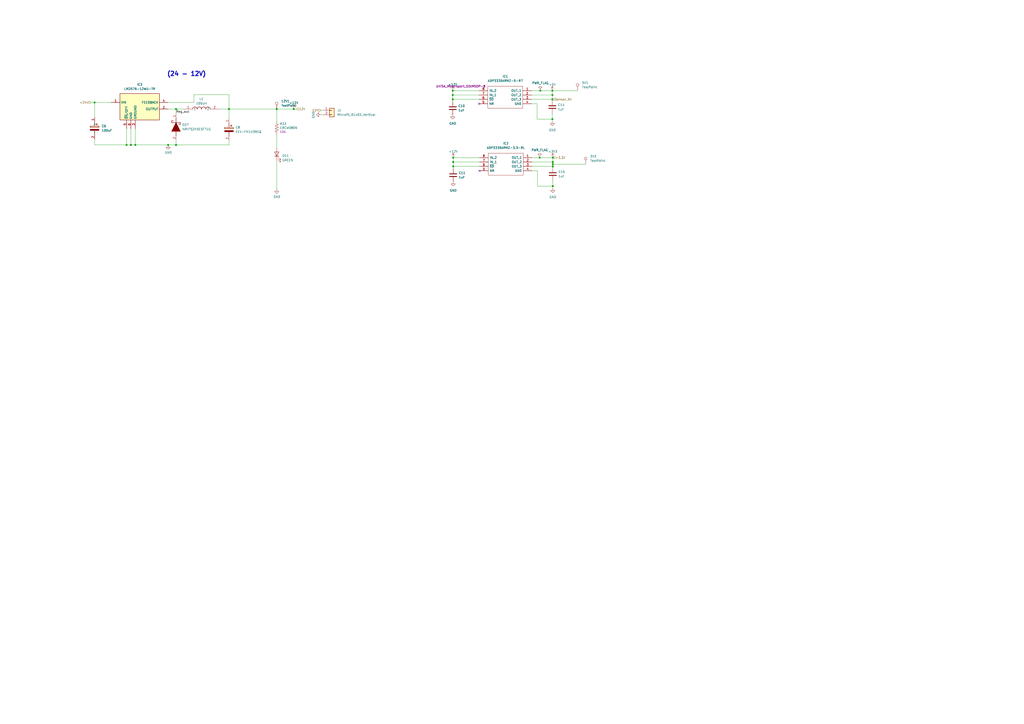
<source format=kicad_sch>
(kicad_sch (version 20231120) (generator "eeschema") (generator_version "8.0")
  (paper "A2")
  (lib_symbols
    (symbol "Connector:TestPoint" (pin_numbers hide) (pin_names (offset 0.762) hide)
      (property "Reference" "TP" (at 0 6.858 0))
      (property "Value" "TestPoint" (at 0 5.08 0))
      (symbol "TestPoint_0_1"
        (circle (center 0 3.302) (radius 0.762))
      )
      (symbol "TestPoint_1_1"
        (pin passive line (at 0 0 90) (length 2.54) (name "1") (number "1"))
      )
    )
    (symbol "Device:C" (pin_numbers hide) (pin_names (offset 0.254))
      (property "Reference" "C" (at 0.635 2.54 0))
      (property "Value" "C" (at 0.635 -2.54 0))
      (symbol "C_0_1"
        (polyline (pts (xy -2.032 -0.762) (xy 2.032 -0.762)) (stroke (width 0.508)))
        (polyline (pts (xy -2.032 0.762) (xy 2.032 0.762)) (stroke (width 0.508)))
      )
      (symbol "C_1_1"
        (pin passive line (at 0 3.81 270) (length 2.794) (name "~") (number "1"))
        (pin passive line (at 0 -3.81 90) (length 2.794) (name "~") (number "2"))
      )
    )
    (symbol "GLV-rescue:CRCW0402-UniSA_Motorsport_Resistor" (pin_numbers hide) (pin_names (offset 0))
      (property "Reference" "R" (at 2.54 0 90))
      (property "Value" "CRCW0402-UniSA_Motorsport_Resistor" (at -2.54 0 90))
      (property "Resistance" "Give a E24 value" (at 5.08 0 90))
      (symbol "CRCW0402-UniSA_Motorsport_Resistor_0_1"
        (polyline (pts (xy 0 -2.286) (xy 0 -2.54)))
        (polyline (pts (xy 0 2.286) (xy 0 2.54)))
        (polyline (pts (xy 0 -0.762) (xy 1.016 -1.143) (xy 0 -1.524) (xy -1.016 -1.905) (xy 0 -2.286)))
        (polyline (pts (xy 0 0.762) (xy 1.016 0.381) (xy 0 0) (xy -1.016 -0.381) (xy 0 -0.762)))
        (polyline (pts (xy 0 2.286) (xy 1.016 1.905) (xy 0 1.524) (xy -1.016 1.143) (xy 0 0.762)))
      )
      (symbol "CRCW0402-UniSA_Motorsport_Resistor_1_1"
        (pin passive line (at 0 3.81 270) (length 1.27) (name "~") (number "1"))
        (pin passive line (at 0 -3.81 90) (length 1.27) (name "~") (number "2"))
      )
    )
    (symbol "SamacSys_Parts:ADP3335ARMZ-3.3-RL" (pin_names (offset 0.762))
      (property "Reference" "IC" (at 26.67 7.62 0))
      (property "Value" "ADP3335ARMZ-3.3-RL" (at 26.67 5.08 0))
      (symbol "ADP3335ARMZ-3.3-RL_0_0"
        (pin passive line (at 0 0 0) (length 5.08) (name "OUT_1") (number "1"))
        (pin passive line (at 0 -2.54 0) (length 5.08) (name "OUT_2") (number "2"))
        (pin passive line (at 0 -5.08 0) (length 5.08) (name "OUT_3") (number "3"))
        (pin passive line (at 0 -7.62 0) (length 5.08) (name "GND") (number "4"))
        (pin passive line (at 30.48 -7.62 180) (length 5.08) (name "NR") (number "5"))
        (pin passive line (at 30.48 -5.08 180) (length 5.08) (name "~{SD}") (number "6"))
        (pin passive line (at 30.48 -2.54 180) (length 5.08) (name "IN_1") (number "7"))
        (pin passive line (at 30.48 0 180) (length 5.08) (name "IN_2") (number "8"))
      )
      (symbol "ADP3335ARMZ-3.3-RL_0_1"
        (polyline (pts (xy 5.08 2.54) (xy 25.4 2.54) (xy 25.4 -10.16) (xy 5.08 -10.16) (xy 5.08 2.54)) (stroke (width 0.1524)))
      )
    )
    (symbol "SamacSys_Parts:ADP3335ARMZ-5-R7" (pin_names (offset 0.762))
      (property "Reference" "IC" (at 26.67 7.62 0))
      (property "Value" "ADP3335ARMZ-5-R7" (at 26.67 5.08 0))
      (symbol "ADP3335ARMZ-5-R7_0_0"
        (pin passive line (at 0 0 0) (length 5.08) (name "OUT_1") (number "1"))
        (pin passive line (at 0 -2.54 0) (length 5.08) (name "OUT_2") (number "2"))
        (pin passive line (at 0 -5.08 0) (length 5.08) (name "OUT_3") (number "3"))
        (pin passive line (at 0 -7.62 0) (length 5.08) (name "GND") (number "4"))
        (pin passive line (at 30.48 -7.62 180) (length 5.08) (name "NR") (number "5"))
        (pin passive line (at 30.48 -5.08 180) (length 5.08) (name "~{SD}") (number "6"))
        (pin passive line (at 30.48 -2.54 180) (length 5.08) (name "IN_1") (number "7"))
        (pin passive line (at 30.48 0 180) (length 5.08) (name "IN_2") (number "8"))
      )
      (symbol "ADP3335ARMZ-5-R7_0_1"
        (polyline (pts (xy 5.08 2.54) (xy 25.4 2.54) (xy 25.4 -10.16) (xy 5.08 -10.16) (xy 5.08 2.54)) (stroke (width 0.1524)))
      )
    )
    (symbol "UniSA_Motorsport_Capacitor:EEE-FK1H101P"
      (property "Reference" "C" (at -1.016 4.064 0))
      (property "Value" "100uF" (at 4.064 4.064 0))
      (symbol "EEE-FK1H101P_1_1"
        (rectangle (start -1.27 2.54) (end -0.508 -2.54) (stroke (width 0.254)) (fill (type background)))
        (polyline (pts (xy -3.81 0) (xy -1.27 0)) (stroke (width 0.254)))
        (polyline (pts (xy -2.286 1.778) (xy -2.286 0.762)) (stroke (width 0.254)))
        (polyline (pts (xy -1.778 1.27) (xy -2.794 1.27)) (stroke (width 0.254)))
        (polyline (pts (xy 1.27 0) (xy 3.81 0)) (stroke (width 0.254)))
        (polyline (pts (xy 1.27 2.54) (xy 1.27 -2.54) (xy 0.508 -2.54) (xy 0.508 2.54) (xy 1.27 2.54)) (stroke (width 0.254)) (fill (type outline)))
        (pin passive line (at -6.35 0 0) (length 2.54) (name "+") (number "1"))
        (pin passive line (at 6.35 0 180) (length 2.54) (name "-") (number "2"))
      )
    )
    (symbol "UniSA_Motorsport_Capacitor:EEV-FK1H391Q" (pin_names hide)
      (property "Reference" "C" (at 2.54 6.35 0))
      (property "Value" "EEV-FK1H391Q" (at 2.54 3.81 0))
      (symbol "EEV-FK1H391Q_1_1"
        (rectangle (start -1.27 2.54) (end -0.508 -2.54) (stroke (width 0.254)) (fill (type background)))
        (polyline (pts (xy -3.81 0) (xy -1.27 0)) (stroke (width 0.254)))
        (polyline (pts (xy -2.286 1.778) (xy -2.286 0.762)) (stroke (width 0.254)))
        (polyline (pts (xy -1.778 1.27) (xy -2.794 1.27)) (stroke (width 0.254)))
        (polyline (pts (xy 1.27 0) (xy 3.81 0)) (stroke (width 0.254)))
        (polyline (pts (xy 1.27 2.54) (xy 1.27 -2.54) (xy 0.508 -2.54) (xy 0.508 2.54) (xy 1.27 2.54)) (stroke (width 0.254)) (fill (type outline)))
        (pin passive line (at -6.35 0 0) (length 2.54) (name "+") (number "1"))
        (pin passive line (at 6.35 0 180) (length 2.54) (name "-") (number "2"))
      )
    )
    (symbol "UniSA_Motorsport_Connector:Microfit_01x02_Vertical" (pin_names (offset 1.016) hide)
      (property "Reference" "J" (at 0 2.54 0))
      (property "Value" "Microfit_01x02_Vertical" (at 0 -5.08 0))
      (symbol "Microfit_01x02_Vertical_1_1"
        (rectangle (start -1.27 -2.413) (end 0 -2.667) (stroke (width 0.1524)))
        (rectangle (start -1.27 0.127) (end 0 -0.127) (stroke (width 0.1524)))
        (rectangle (start -1.27 1.27) (end 1.27 -3.81) (stroke (width 0.254)) (fill (type background)))
        (pin passive line (at -5.08 0 0) (length 3.81) (name "Pin_1") (number "1"))
        (pin passive line (at -5.08 -2.54 0) (length 3.81) (name "Pin_2") (number "2"))
      )
    )
    (symbol "UniSA_Motorsport_Diode:LED_0805" (pin_numbers hide) (pin_names (offset 1.016) hide)
      (property "Reference" "D" (at 0 2.54 0))
      (property "Value" "LED_0805" (at 0 -3.81 0))
      (symbol "LED_0805_0_1"
        (polyline (pts (xy -1.27 -1.27) (xy -1.27 1.27)) (stroke (width 0.2032)))
        (polyline (pts (xy -1.27 0) (xy 1.27 0)))
        (polyline (pts (xy 1.27 -1.27) (xy 1.27 1.27) (xy -1.27 0) (xy 1.27 -1.27)) (stroke (width 0.2032)))
        (polyline (pts (xy -3.048 -0.762) (xy -4.572 -2.286) (xy -3.81 -2.286) (xy -4.572 -2.286) (xy -4.572 -1.524)))
        (polyline (pts (xy -1.778 -0.762) (xy -3.302 -2.286) (xy -2.54 -2.286) (xy -3.302 -2.286) (xy -3.302 -1.524)))
      )
      (symbol "LED_0805_1_1"
        (pin passive line (at -3.81 0 0) (length 2.54) (name "K") (number "1"))
        (pin passive line (at 3.81 0 180) (length 2.54) (name "A") (number "2"))
      )
    )
    (symbol "UniSA_Motorsport_Diode:NRVTS245ESFT1G" (pin_names hide)
      (property "Reference" "D" (at 3.81 8.89 0))
      (property "Value" "NRVTS245ESFT1G" (at 3.81 6.35 0))
      (symbol "NRVTS245ESFT1G_1_1"
        (polyline (pts (xy -3.81 0) (xy -1.27 0)) (stroke (width 0.254)))
        (polyline (pts (xy -2.286 -1.524) (xy -2.286 -2.54)) (stroke (width 0.254)))
        (polyline (pts (xy -1.27 -2.54) (xy -2.286 -2.54)) (stroke (width 0.254)))
        (polyline (pts (xy -1.27 2.54) (xy -1.27 -2.54)) (stroke (width 0.254)))
        (polyline (pts (xy -1.27 2.54) (xy -0.254 2.54)) (stroke (width 0.254)))
        (polyline (pts (xy -0.254 1.524) (xy -0.254 2.54)) (stroke (width 0.254)))
        (polyline (pts (xy 3.81 0) (xy 6.35 0)) (stroke (width 0.254)))
        (polyline (pts (xy -1.27 0) (xy 3.81 2.54) (xy 3.81 -2.54) (xy -1.27 0)) (stroke (width 0.254)) (fill (type outline)))
        (pin passive line (at -6.35 0 0) (length 2.54) (name "K") (number "1"))
        (pin passive line (at 8.89 0 180) (length 2.54) (name "A") (number "2"))
      )
    )
    (symbol "UniSA_Motorsport_Inductor:SRR1260-101M"
      (property "Reference" "L" (at -0.508 2.54 0))
      (property "Value" "100uH" (at 0 0 0))
      (symbol "SRR1260-101M_1_1"
        (arc (start -2.54 0) (mid -3.81 1.219) (end -5.08 0) (stroke (width 0.254)))
        (arc (start 0 0) (mid -1.27 1.219) (end -2.54 0) (stroke (width 0.254)))
        (arc (start 2.54 0) (mid 1.27 1.219) (end 0 0) (stroke (width 0.254)))
        (arc (start 5.08 0) (mid 3.81 1.219) (end 2.54 0) (stroke (width 0.254)))
        (pin passive line (at -10.16 0 0) (length 5.08) (name "1") (number "1"))
        (pin passive line (at 10.16 0 180) (length 5.08) (name "2") (number "2"))
      )
    )
    (symbol "UniSA_Motorsport_Regulator:LM2576-12WU-TR"
      (property "Reference" "IC" (at -6.35 11.684 0))
      (property "Value" "LM2576-12WU-TR" (at -6.35 9.144 0))
      (symbol "LM2576-12WU-TR_1_1"
        (rectangle (start -11.43 6.35) (end 11.43 -8.89) (stroke (width 0.254)) (fill (type background)))
        (pin passive line (at -16.51 1.27 0) (length 5.08) (name "VIN") (number "1"))
        (pin passive line (at 16.51 -2.54 180) (length 5.08) (name "OUTPUT") (number "2"))
        (pin passive line (at -2.54 -13.97 90) (length 5.08) (name "GROUND") (number "3"))
        (pin passive line (at 16.51 1.27 180) (length 5.08) (name "FEEDBACK") (number "4"))
        (pin passive line (at -7.62 -13.97 90) (length 5.08) (name "~{ON}/OFF") (number "5"))
        (pin passive line (at -5.08 -13.97 90) (length 5.08) (name "GND") (number "6"))
      )
    )
    (symbol "power:+12V" (power) (pin_names (offset 0))
      (property "Value" "+12V" (at 0 3.556 0))
      (symbol "+12V_0_1"
        (polyline (pts (xy -0.762 1.27) (xy 0 2.54)))
        (polyline (pts (xy 0 0) (xy 0 2.54)))
        (polyline (pts (xy 0 2.54) (xy 0.762 1.27)))
      )
      (symbol "+12V_1_1"
        (pin power_in line (at 0 0 90) (length 0) hide (name "+12V") (number "1"))
      )
    )
    (symbol "power:+3.3V" (power) (pin_names (offset 0))
      (property "Value" "+3.3V" (at 0 3.556 0))
      (symbol "+3.3V_0_1"
        (polyline (pts (xy -0.762 1.27) (xy 0 2.54)))
        (polyline (pts (xy 0 0) (xy 0 2.54)))
        (polyline (pts (xy 0 2.54) (xy 0.762 1.27)))
      )
      (symbol "+3.3V_1_1"
        (pin power_in line (at 0 0 90) (length 0) hide (name "+3V3") (number "1"))
      )
    )
    (symbol "power:+5V" (power) (pin_names (offset 0))
      (property "Value" "+5V" (at 0 3.556 0))
      (symbol "+5V_0_1"
        (polyline (pts (xy -0.762 1.27) (xy 0 2.54)))
        (polyline (pts (xy 0 0) (xy 0 2.54)))
        (polyline (pts (xy 0 2.54) (xy 0.762 1.27)))
      )
      (symbol "+5V_1_1"
        (pin power_in line (at 0 0 90) (length 0) hide (name "+5V") (number "1"))
      )
    )
    (symbol "power:GND" (power) (pin_names (offset 0))
      (property "Value" "GND" (at 0 -3.81 0))
      (symbol "GND_0_1"
        (polyline (pts (xy 0 0) (xy 0 -1.27) (xy 1.27 -1.27) (xy 0 -2.54) (xy -1.27 -1.27) (xy 0 -1.27)))
      )
      (symbol "GND_1_1"
        (pin power_in line (at 0 0 270) (length 0) hide (name "GND") (number "1"))
      )
    )
    (symbol "power:PWR_FLAG" (power) (pin_numbers hide) (pin_names (offset 0) hide)
      (property "Value" "PWR_FLAG" (at 0 3.81 0))
      (symbol "PWR_FLAG_0_0"
        (pin power_out line (at 0 0 90) (length 0) (name "pwr") (number "1"))
      )
      (symbol "PWR_FLAG_0_1"
        (polyline (pts (xy 0 0) (xy 0 1.27) (xy -1.016 1.905) (xy 0 2.54) (xy 1.016 1.905) (xy 0 1.27)))
      )
    )
  )
  (junction (at 262.636 57.658))
  (junction (at 320.675 96.52))
  (junction (at 78.486 84.074))
  (junction (at 262.636 55.118))
  (junction (at 320.675 107.95))
  (junction (at 320.421 52.578))
  (junction (at 262.89 93.98))
  (junction (at 73.406 84.074))
  (junction (at 320.675 95.25))
  (junction (at 262.89 96.52))
  (junction (at 75.946 84.074))
  (junction (at 102.108 63.246))
  (junction (at 132.842 63.246))
  (junction (at 262.89 91.44))
  (junction (at 97.536 84.074))
  (junction (at 320.421 57.658))
  (junction (at 262.636 52.578))
  (junction (at 320.421 55.118))
  (junction (at 320.421 69.088))
  (junction (at 160.528 63.246))
  (junction (at 313.055 91.44))
  (junction (at 320.675 93.98))
  (junction (at 102.108 84.074))
  (junction (at 170.434 63.246))
  (junction (at 320.675 91.44))
  (junction (at 313.436 52.578))
  (junction (at 54.864 59.436))
  (no_connect (at 278.13 99.06))
  (no_connect (at 277.876 60.198))
  (wire (pts (xy 97.536 63.246) (xy 102.108 63.246)))
  (wire (pts (xy 132.842 63.246) (xy 160.528 63.246)))
  (wire (pts (xy 102.108 84.074) (xy 132.842 84.074)))
  (wire (pts (xy 78.486 74.676) (xy 78.486 84.074)))
  (wire (pts (xy 311.531 60.198) (xy 308.356 60.198)))
  (wire (pts (xy 320.421 52.578) (xy 320.421 55.118)))
  (wire (pts (xy 112.522 59.436) (xy 112.522 54.864)))
  (wire (pts (xy 313.055 91.44) (xy 320.675 91.44)))
  (wire (pts (xy 320.675 91.44) (xy 320.675 93.98)))
  (wire (pts (xy 308.61 96.52) (xy 320.675 96.52)))
  (wire (pts (xy 262.89 96.52) (xy 278.13 96.52)))
  (wire (pts (xy 262.89 93.98) (xy 262.89 91.44)))
  (wire (pts (xy 132.842 54.864) (xy 132.842 63.246)))
  (wire (pts (xy 262.636 55.118) (xy 262.636 52.578)))
  (wire (pts (xy 78.486 84.074) (xy 97.536 84.074)))
  (wire (pts (xy 97.536 59.436) (xy 112.522 59.436)))
  (wire (pts (xy 132.842 84.074) (xy 132.842 81.534)))
  (wire (pts (xy 308.61 91.44) (xy 313.055 91.44)))
  (wire (pts (xy 73.406 84.074) (xy 75.946 84.074)))
  (wire (pts (xy 97.536 84.074) (xy 102.108 84.074)))
  (wire (pts (xy 132.842 68.834) (xy 132.842 63.246)))
  (wire (pts (xy 54.864 84.074) (xy 73.406 84.074)))
  (wire (pts (xy 262.89 91.44) (xy 278.13 91.44)))
  (wire (pts (xy 308.356 57.658) (xy 320.421 57.658)))
  (wire (pts (xy 52.832 59.436) (xy 54.864 59.436)))
  (wire (pts (xy 160.528 63.246) (xy 160.528 70.358)))
  (wire (pts (xy 320.675 96.52) (xy 320.675 97.155)))
  (wire (pts (xy 160.528 93.218) (xy 160.528 109.728)))
  (wire (pts (xy 320.675 93.98) (xy 320.675 95.25)))
  (wire (pts (xy 186.182 64.008) (xy 187.452 64.008)))
  (wire (pts (xy 320.675 104.775) (xy 320.675 107.95)))
  (wire (pts (xy 102.108 63.246) (xy 102.108 66.04)))
  (wire (pts (xy 75.946 84.074) (xy 78.486 84.074)))
  (wire (pts (xy 160.528 63.246) (xy 170.434 63.246)))
  (wire (pts (xy 320.421 57.658) (xy 320.421 58.293)))
  (wire (pts (xy 262.636 52.578) (xy 277.876 52.578)))
  (wire (pts (xy 102.108 63.246) (xy 106.68 63.246)))
  (wire (pts (xy 262.636 57.658) (xy 277.876 57.658)))
  (wire (pts (xy 262.89 96.52) (xy 262.89 97.79)))
  (wire (pts (xy 54.864 80.772) (xy 54.864 84.074)))
  (wire (pts (xy 320.675 95.25) (xy 339.725 95.25)))
  (wire (pts (xy 320.421 65.913) (xy 320.421 69.088)))
  (wire (pts (xy 262.636 57.658) (xy 262.636 58.928)))
  (wire (pts (xy 75.946 74.676) (xy 75.946 84.074)))
  (wire (pts (xy 320.421 52.578) (xy 335.026 52.578)))
  (wire (pts (xy 102.108 81.28) (xy 102.108 84.074)))
  (wire (pts (xy 320.421 69.088) (xy 320.421 70.358)))
  (wire (pts (xy 320.675 107.95) (xy 320.675 109.22)))
  (wire (pts (xy 160.528 77.978) (xy 160.528 85.598)))
  (wire (pts (xy 54.864 68.072) (xy 54.864 59.436)))
  (wire (pts (xy 132.842 63.246) (xy 127 63.246)))
  (wire (pts (xy 186.182 66.548) (xy 187.452 66.548)))
  (wire (pts (xy 311.785 107.95) (xy 311.785 99.06)))
  (wire (pts (xy 262.636 55.118) (xy 262.636 57.658)))
  (wire (pts (xy 308.61 93.98) (xy 320.675 93.98)))
  (wire (pts (xy 112.522 54.864) (xy 132.842 54.864)))
  (wire (pts (xy 308.356 52.578) (xy 313.436 52.578)))
  (wire (pts (xy 262.89 93.98) (xy 278.13 93.98)))
  (wire (pts (xy 320.675 107.95) (xy 311.785 107.95)))
  (wire (pts (xy 311.531 69.088) (xy 311.531 60.198)))
  (wire (pts (xy 320.675 95.25) (xy 320.675 96.52)))
  (wire (pts (xy 262.636 55.118) (xy 277.876 55.118)))
  (wire (pts (xy 170.434 63.246) (xy 171.958 63.246)))
  (wire (pts (xy 308.356 55.118) (xy 320.421 55.118)))
  (wire (pts (xy 320.421 55.118) (xy 320.421 57.658)))
  (wire (pts (xy 313.436 52.578) (xy 320.421 52.578)))
  (wire (pts (xy 311.785 99.06) (xy 308.61 99.06)))
  (wire (pts (xy 54.864 59.436) (xy 64.516 59.436)))
  (wire (pts (xy 262.89 93.98) (xy 262.89 96.52)))
  (wire (pts (xy 73.406 84.074) (xy 73.406 74.676)))
  (wire (pts (xy 320.421 69.088) (xy 311.531 69.088)))
  (text "(24 - 12V)" (at 96.774 44.45 0) (effects (font (size 2.54 2.54) (thickness 0.508) (bold yes)) (justify left bottom)))
  (label "Reg_out" (at 102.108 65.786 0))
  (hierarchical_label "+3.3V" (shape input) (at 320.675 91.44 0))
  (hierarchical_label "Sensor_5V" (shape input) (at 320.421 57.658 0))
  (hierarchical_label "12V" (shape input) (at 171.958 63.246 0))
  (hierarchical_label "12V" (shape input) (at 186.182 64.008 180))
  (hierarchical_label "+24V" (shape input) (at 52.832 59.436 180))
  (symbol (lib_id "power:+12V") (at 262.89 91.44 0) (unit 1)
    (property "Reference" "#PWR062" (effects (hide yes)))
    (property "Value" "+12V" (at 262.89 87.8642 0))
    (instances (project "power_and_monotoring" (path "" (reference "#PWR062") (unit 1))) (project "FeatherBoard" (path "" (reference "#PWR0112") (unit 1))))
  )
  (symbol (lib_id "Connector:TestPoint") (at 160.528 63.246 0) (unit 1)
    (property "Reference" "12V1" (at 163.068 58.6739 0) (effects (justify left)))
    (property "Value" "TestPoint" (at 163.068 61.2139 0) (effects (justify left)))
    (property "Footprint" "TestPoint:TestPoint_Pad_D2.0mm" (effects (hide yes)))
  )
  (symbol (lib_id "UniSA_Motorsport_Diode:LED_0805") (at 160.528 89.408 90) (unit 1)
    (property "Reference" "D11" (at 163.703 90.3732 90) (effects (justify right)))
    (property "Value" "GREEN" (at 163.703 92.9132 90) (effects (justify right)))
    (property "Footprint" "UniSA_Motorsport_Diode:0805" (effects (hide yes)))
    (property "Datasheet" "https://au.mouser.com/datasheet/2/109/Dialight_CBI_data_599-0805_Apr2018-1370606.pdf" (effects (hide yes)))
    (property "Color" "Red, Blue, Green, Orange, Yellow" (effects (hide yes)))
  )
  (symbol (lib_id "GLV-rescue:CRCW0402-UniSA_Motorsport_Resistor") (at 160.528 74.168 0) (unit 1)
    (property "Reference" "R23" (at 162.2552 71.8566 0) (effects (justify left)))
    (property "Value" "CRCW0805" (at 162.2552 74.168 0) (effects (justify left)))
    (property "Footprint" "UniSA_Motorsport_Resistor:0805" (effects (hide yes)))
    (property "Datasheet" "https://au.mouser.com/datasheet/2/427/dcrcwe3-1762152.pdf" (effects (hide yes)))
    (property "Resistance" "10k" (at 162.2552 76.4794 0) (effects (justify left)))
    (property "Voltage Rating" "50V" (effects (hide yes)))
    (property "Power Rating" "63mW" (effects (hide yes)))
    (property "E24 Values" "http://www.ohmslawcalculator.com/e24-resistor-sizes" (effects (hide yes)))
    (instances (project "power_and_monotoring" (path "" (reference "R23") (unit 1))) (project "GLV" (path "" (reference "R1") (unit 1))))
  )
  (symbol (lib_id "UniSA_Motorsport_Diode:NRVTS245ESFT1G") (at 102.108 72.39 270) (unit 1)
    (property "Reference" "D27" (at 105.664 72.3899 90) (effects (justify left)))
    (property "Value" "NRVTS245ESFT1G" (at 105.664 74.9299 90) (effects (justify left)))
    (property "Footprint" "UniSA_Motorsport_Diode:SOD-123FL-2" (effects (hide yes)))
    (property "Datasheet" "https://www.onsemi.com/pub/Collateral/NRVTS245ESF-D.PDF" (effects (hide yes)))
    (property "Description" "Schottky Diode, 45V 2A" (effects (hide yes)))
    (property "Height" "0.98" (effects (hide yes)))
    (property "Mouser Part Number" "863-NRVTS245ESFT1G" (effects (hide yes)))
    (property "Mouser Price/Stock" "https://www.mouser.co.uk/ProductDetail/ON-Semiconductor/NRVTS245ESFT1G/?qs=k6dkFvHqcvAPmmvHTXmWEQ%3D%3D" (effects (hide yes)))
    (property "Manufacturer_Name" "onsemi" (effects (hide yes)))
    (property "Manufacturer_Part_Number" "NRVTS245ESFT1G" (effects (hide yes)))
  )
  (symbol (lib_id "power:GND") (at 160.528 109.728 0) (unit 1)
    (property "Reference" "#PWR011" (effects (hide yes)))
    (property "Value" "GND" (at 160.655 114.1222 0))
    (instances (project "power_and_monotoring" (path "" (reference "#PWR011") (unit 1))) (project "GLV" (path "" (reference "#PWR05") (unit 1))))
  )
  (symbol (lib_id "power:GND") (at 320.675 109.22 0) (unit 1)
    (property "Reference" "#PWR070" (effects (hide yes)))
    (property "Value" "GND" (at 320.675 114.3 0))
    (instances (project "power_and_monotoring" (path "" (reference "#PWR070") (unit 1))) (project "FeatherBoard" (path "" (reference "#PWR0109") (unit 1))))
  )
  (symbol (lib_id "UniSA_Motorsport_Regulator:LM2576-12WU-TR") (at 81.026 60.706 0) (unit 1)
    (property "Reference" "IC3" (at 81.026 49.022 0))
    (property "Value" "LM2576-12WU-TR" (at 81.026 51.562 0))
    (property "Footprint" "UniSA_Motorsport_SO:TO-263-5" (effects (hide yes)))
    (property "Datasheet" "https://www.microchip.com/content/dam/mchp/documents/APID/ProductDocuments/DataSheets/LM2576-52kHz-Simple-3A-Buck-Regulator-DS20006238A.pdf" (effects (hide yes)))
    (property "Description" "12V out 3A" (effects (hide yes)))
    (property "Height" "4.902" (effects (hide yes)))
    (property "Mouser Part Number" "998-LM2576-12WUTR" (effects (hide yes)))
    (property "Mouser Price/Stock" "https://www.mouser.co.uk/ProductDetail/Microchip-Technology/LM2576-12WU-TR?qs=Y3Q3JoKAO1QQ1WkMvjxVKQ%3D%3D" (effects (hide yes)))
    (property "Manufacturer_Name" "Microchip" (effects (hide yes)))
    (property "Manufacturer_Part_Number" "LM2576-12WU-TR" (effects (hide yes)))
  )
  (symbol (lib_id "power:GND") (at 262.636 66.548 0) (unit 1)
    (property "Reference" "#PWR061" (effects (hide yes)))
    (property "Value" "GND" (at 262.636 71.628 0))
    (instances (project "power_and_monotoring" (path "" (reference "#PWR061") (unit 1))) (project "FeatherBoard" (path "" (reference "#PWR0110") (unit 1))))
  )
  (symbol (lib_id "power:PWR_FLAG") (at 313.055 91.44 0) (unit 1)
    (property "Reference" "#FLG01" (effects (hide yes)))
    (property "Value" "PWR_FLAG" (at 313.055 87.0458 0))
    (instances (project "power_and_monotoring" (path "" (reference "#FLG01") (unit 1))) (project "BSPD" (path "" (reference "#FLG0101") (unit 1))))
  )
  (symbol (lib_id "UniSA_Motorsport_Inductor:SRR1260-101M") (at 116.84 63.246 0) (unit 1)
    (property "Reference" "L1" (at 116.84 57.404 0))
    (property "Value" "100uH" (at 116.84 59.944 0))
    (property "Footprint" "UniSA_Motorsport_Inductor:5050" (effects (hide yes)))
    (property "Datasheet" "https://au.mouser.com/ProductDetail/Bourns/SRR1260-101M?qs=uD%2FoUDWqfvQozr%2Ff4%252BPuSQ%3D%3D&utm_source=octopart&utm_medium=aggregator&utm_campaign=652-SRR1260-101M&utm_content=Bourns" (effects (hide yes)))
    (property "Description" "1.7A" (effects (hide yes)))
  )
  (symbol (lib_id "SamacSys_Parts:ADP3335ARMZ-3.3-RL") (at 308.61 91.44 0) (mirror y) (unit 1)
    (property "Reference" "IC2" (at 293.37 83.185 0))
    (property "Value" "ADP3335ARMZ-3.3-RL" (at 293.37 85.725 0))
    (property "Footprint" "UniSA_Motorsport_SO:MSOP-8" (effects (hide yes)))
    (property "Datasheet" "https://www.analog.com/media/en/technical-documentation/data-sheets/ADP3335.pdf" (effects (hide yes)))
    (property "Description" "Linear Voltage Regulators 500mA anyCAP LDO" (effects (hide yes)))
    (property "Height" "1.1" (effects (hide yes)))
    (property "Mouser Part Number" "584-ADP3335ARMZ3.3R" (effects (hide yes)))
    (property "Mouser Price/Stock" "https://www.mouser.co.uk/ProductDetail/Analog-Devices/ADP3335ARMZ-33-RL?qs=WIvQP4zGanjSv5Y4E%2FxMtg%3D%3D" (effects (hide yes)))
    (property "Manufacturer_Name" "Analog Devices" (effects (hide yes)))
    (property "Manufacturer_Part_Number" "ADP3335ARMZ-3.3-RL" (effects (hide yes)))
  )
  (symbol (lib_id "power:+12V") (at 262.636 52.578 0) (unit 1)
    (property "Reference" "#PWR060" (effects (hide yes)))
    (property "Value" "+12V" (at 262.636 49.0022 0))
    (instances (project "power_and_monotoring" (path "" (reference "#PWR060") (unit 1))) (project "FeatherBoard" (path "" (reference "#PWR0113") (unit 1))))
  )
  (symbol (lib_id "power:PWR_FLAG") (at 313.436 52.578 0) (unit 1)
    (property "Reference" "#FLG02" (effects (hide yes)))
    (property "Value" "PWR_FLAG" (at 313.436 48.1838 0))
    (instances (project "power_and_monotoring" (path "" (reference "#FLG02") (unit 1))) (project "BSPD" (path "" (reference "#FLG0101") (unit 1))))
  )
  (symbol (lib_id "SamacSys_Parts:ADP3335ARMZ-5-R7") (at 308.356 52.578 0) (mirror y) (unit 1)
    (property "Reference" "IC1" (at 293.116 44.323 0))
    (property "Value" "ADP3335ARMZ-5-R7" (at 293.116 46.863 0))
    (property "Footprint" "UniSA_Motorsport_SO:MSOP-8" (at 281.686 50.038 0) (effects (justify left)))
    (property "Datasheet" "http://www.analog.com/static/imported-files/data_sheets/ADP3335.pdf" (effects (hide yes)))
    (property "Description" "LDO Regulator 5V 0.8A 8-Pin MSOP" (effects (hide yes)))
    (property "Height" "1.1" (effects (hide yes)))
    (property "Mouser Part Number" "584-ADP3335ARMZ-5-R7" (effects (hide yes)))
    (property "Mouser Price/Stock" "https://www.mouser.co.uk/ProductDetail/Analog-Devices/ADP3335ARMZ-5-R7?qs=WIvQP4zGanhwIr2Z1vWUPQ%3D%3D" (effects (hide yes)))
    (property "Manufacturer_Name" "Analog Devices" (effects (hide yes)))
    (property "Manufacturer_Part_Number" "ADP3335ARMZ-5-R7" (effects (hide yes)))
  )
  (symbol (lib_id "Connector:TestPoint") (at 335.026 52.578 0) (unit 1)
    (property "Reference" "5V1" (at 337.566 48.0059 0) (effects (justify left)))
    (property "Value" "TestPoint" (at 337.566 50.5459 0) (effects (justify left)))
    (property "Footprint" "TestPoint:TestPoint_Pad_D2.0mm" (effects (hide yes)))
    (instances (project "power_and_monotoring" (path "" (reference "5V1") (unit 1))) (project "FeatherBoard" (path "" (reference "TP1") (unit 1))))
  )
  (symbol (lib_id "Connector:TestPoint") (at 339.725 95.25 0) (unit 1)
    (property "Reference" "3V3" (at 342.265 90.6779 0) (effects (justify left)))
    (property "Value" "TestPoint" (at 342.265 93.2179 0) (effects (justify left)))
    (property "Footprint" "TestPoint:TestPoint_Pad_D2.0mm" (effects (hide yes)))
    (instances (project "power_and_monotoring" (path "" (reference "3V3") (unit 1))) (project "FeatherBoard" (path "" (reference "TP1") (unit 1))))
  )
  (symbol (lib_id "UniSA_Motorsport_Capacitor:EEE-FK1H101P") (at 54.864 74.422 270) (unit 1)
    (property "Reference" "C6" (at 58.928 73.1519 90) (effects (justify left)))
    (property "Value" "100uF" (at 58.928 75.6919 90) (effects (justify left)))
    (property "Footprint" "UniSA_Motorsport_Capacitor:EEEFK0J332AQ" (effects (hide yes)))
    (property "Datasheet" "https://au.mouser.com/ProductDetail/Panasonic/EEE-FK1H101P?qs=qE6bgDGEOCvpdTqIVQNh4Q%3D%3D&utm_source=octopart&utm_medium=aggregator&utm_campaign=667-EEE-FK1H101P&utm_content=Panasonic" (effects (hide yes)))
    (property "Description" "100uF electroctic" (effects (hide yes)))
  )
  (symbol (lib_id "UniSA_Motorsport_Connector:Microfit_01x02_Vertical") (at 192.532 64.008 0) (unit 1)
    (property "Reference" "J1" (at 195.58 64.0079 0) (effects (justify left)))
    (property "Value" "Microfit_01x02_Vertical" (at 195.58 66.5479 0) (effects (justify left)))
    (property "Footprint" "UniSA_Motorsport_Connector:Molex_Micro-Fit_43650-0215_1x02_Vertical" (effects (hide yes)))
    (property "Description" "Molex" (effects (hide yes)))
  )
  (symbol (lib_id "UniSA_Motorsport_Capacitor:EEV-FK1H391Q") (at 132.842 75.184 270) (unit 1)
    (property "Reference" "C8" (at 136.652 73.9139 90) (effects (justify left)))
    (property "Value" "EEV-FK1H391Q" (at 136.652 76.4539 90) (effects (justify left)))
    (property "Footprint" "UniSA_Motorsport_Capacitor:EEEFK0J332AQ" (effects (hide yes)))
    (property "Datasheet" "https://au.mouser.com/ProductDetail/Panasonic/EEV-FK1H391Q?qs=AVIaFkLuVv0cuk57xIZYug%3D%3D&utm_source=octopart&utm_medium=aggregator&utm_campaign=667-EEV-FK1H391Q&utm_content=Panasonic" (effects (hide yes)))
    (property "Description" "390uF" (effects (hide yes)))
    (property "Height" "15" (effects (hide yes)))
    (property "Mouser Part Number" "667-EEV-FK1H391Q" (effects (hide yes)))
    (property "Mouser Price/Stock" "https://www.mouser.co.uk/ProductDetail/Panasonic/EEV-FK1H391Q?qs=AVIaFkLuVv0cuk57xIZYug%3D%3D" (effects (hide yes)))
    (property "Manufacturer_Name" "Panasonic" (effects (hide yes)))
    (property "Manufacturer_Part_Number" "EEV-FK1H391Q" (effects (hide yes)))
  )
  (symbol (lib_id "Device:C") (at 262.636 62.738 0) (unit 1)
    (property "Reference" "C10" (at 265.811 61.4679 0) (effects (justify left)))
    (property "Value" "1uF" (at 265.811 64.0079 0) (effects (justify left)))
    (property "Footprint" "Capacitor_SMD:C_0805_2012Metric" (effects (hide yes)))
    (instances (project "power_and_monotoring" (path "" (reference "C10") (unit 1))) (project "FeatherBoard" (path "" (reference "C1") (unit 1))))
  )
  (symbol (lib_id "Device:C") (at 262.89 101.6 0) (unit 1)
    (property "Reference" "C11" (at 266.065 100.3299 0) (effects (justify left)))
    (property "Value" "1uF" (at 266.065 102.8699 0) (effects (justify left)))
    (property "Footprint" "Capacitor_SMD:C_0805_2012Metric" (effects (hide yes)))
    (instances (project "power_and_monotoring" (path "" (reference "C11") (unit 1))) (project "FeatherBoard" (path "" (reference "C2") (unit 1))))
  )
  (symbol (lib_id "power:GND") (at 97.536 84.074 0) (unit 1)
    (property "Reference" "#PWR023" (effects (hide yes)))
    (property "Value" "GND" (at 97.663 88.4682 0))
  )
  (symbol (lib_id "power:+3.3V") (at 320.675 91.44 0) (unit 1)
    (property "Reference" "#PWR069" (effects (hide yes)))
    (property "Value" "+3V3" (at 320.675 87.8642 0))
    (instances (project "power_and_monotoring" (path "" (reference "#PWR069") (unit 1))) (project "FeatherBoard" (path "" (reference "#PWR0107") (unit 1))))
  )
  (symbol (lib_id "power:GND") (at 186.182 66.548 270) (unit 1)
    (property "Reference" "#PWR042" (effects (hide yes)))
    (property "Value" "GND" (at 181.7878 66.675 0))
  )
  (symbol (lib_id "power:GND") (at 320.421 70.358 0) (unit 1)
    (property "Reference" "#PWR068" (effects (hide yes)))
    (property "Value" "GND" (at 320.421 75.438 0))
    (instances (project "power_and_monotoring" (path "" (reference "#PWR068") (unit 1))) (project "FeatherBoard" (path "" (reference "#PWR0108") (unit 1))))
  )
  (symbol (lib_id "power:GND") (at 262.89 105.41 0) (unit 1)
    (property "Reference" "#PWR063" (effects (hide yes)))
    (property "Value" "GND" (at 262.89 110.49 0))
    (instances (project "power_and_monotoring" (path "" (reference "#PWR063") (unit 1))) (project "FeatherBoard" (path "" (reference "#PWR0111") (unit 1))))
  )
  (symbol (lib_id "Device:C") (at 320.675 100.965 0) (unit 1)
    (property "Reference" "C15" (at 323.85 99.6949 0) (effects (justify left)))
    (property "Value" "1uF" (at 323.85 102.2349 0) (effects (justify left)))
    (property "Footprint" "Capacitor_SMD:C_0805_2012Metric" (effects (hide yes)))
    (instances (project "power_and_monotoring" (path "" (reference "C15") (unit 1))) (project "FeatherBoard" (path "" (reference "C6") (unit 1))))
  )
  (symbol (lib_id "Device:C") (at 320.421 62.103 0) (unit 1)
    (property "Reference" "C14" (at 323.596 60.8329 0) (effects (justify left)))
    (property "Value" "1uF" (at 323.596 63.3729 0) (effects (justify left)))
    (property "Footprint" "Capacitor_SMD:C_0805_2012Metric" (effects (hide yes)))
    (instances (project "power_and_monotoring" (path "" (reference "C14") (unit 1))) (project "FeatherBoard" (path "" (reference "C5") (unit 1))))
  )
  (symbol (lib_id "power:+12V") (at 170.434 63.246 0) (unit 1)
    (property "Reference" "#PWR021" (effects (hide yes)))
    (property "Value" "+12V" (at 170.434 59.6702 0))
  )
  (symbol (lib_id "power:+5V") (at 320.421 52.578 0) (unit 1)
    (property "Reference" "#PWR067" (effects (hide yes)))
    (property "Value" "+5V" (at 320.421 49.0022 0))
    (instances (project "power_and_monotoring" (path "" (reference "#PWR067") (unit 1))) (project "FeatherBoard" (path "" (reference "#PWR0103") (unit 1))))
  )
)
</source>
